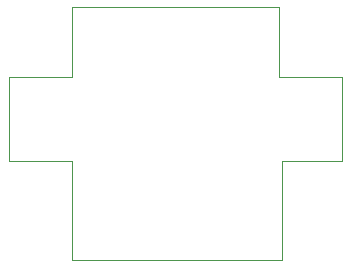
<source format=gm1>
%TF.GenerationSoftware,KiCad,Pcbnew,5.1.10-88a1d61d58~89~ubuntu20.04.1*%
%TF.CreationDate,2021-10-06T22:55:05-05:00*%
%TF.ProjectId,portboard_ribbon,706f7274-626f-4617-9264-5f726962626f,rev?*%
%TF.SameCoordinates,Original*%
%TF.FileFunction,Profile,NP*%
%FSLAX46Y46*%
G04 Gerber Fmt 4.6, Leading zero omitted, Abs format (unit mm)*
G04 Created by KiCad (PCBNEW 5.1.10-88a1d61d58~89~ubuntu20.04.1) date 2021-10-06 22:55:05*
%MOMM*%
%LPD*%
G01*
G04 APERTURE LIST*
%TA.AperFunction,Profile*%
%ADD10C,0.050000*%
%TD*%
G04 APERTURE END LIST*
D10*
X58166000Y-36068000D02*
X58166000Y-30099000D01*
X52832000Y-36068000D02*
X58166000Y-36068000D01*
X52832000Y-43180000D02*
X52832000Y-36068000D01*
X58166000Y-43180000D02*
X52832000Y-43180000D01*
X58166000Y-51562000D02*
X58166000Y-43180000D01*
X75946000Y-51562000D02*
X58166000Y-51562000D01*
X75946000Y-43180000D02*
X75946000Y-51562000D01*
X81026000Y-43180000D02*
X75946000Y-43180000D01*
X81026000Y-36068000D02*
X81026000Y-43180000D01*
X75692000Y-36068000D02*
X81026000Y-36068000D01*
X75692000Y-30099000D02*
X75692000Y-36068000D01*
X58166000Y-30099000D02*
X75692000Y-30099000D01*
M02*

</source>
